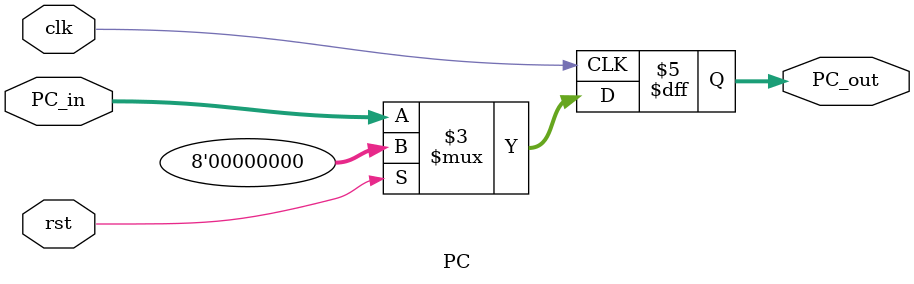
<source format=v>

module PC(clk, rst, PC_in, PC_out);

input clk, rst;
input [7:0] PC_in;
output reg [7:0] PC_out;

always @ (posedge clk) begin

if (rst) begin
PC_out = 8'b0;
end

else begin

PC_out <= PC_in;


end

end


endmodule

</source>
